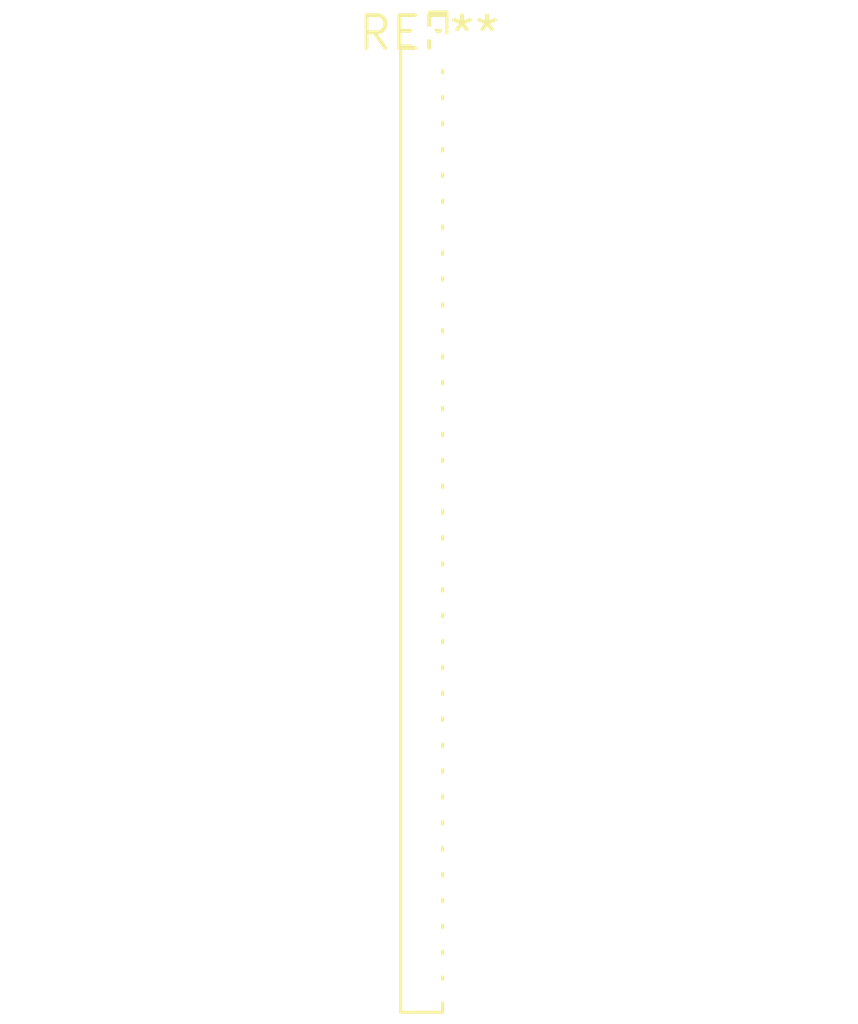
<source format=kicad_pcb>
(kicad_pcb (version 20240108) (generator pcbnew)
  (layers (0 "F.Cu" signal) (31 "B.Cu" signal) (34 "B.Paste" user) (35 "F.Paste" user) (36 "B.SilkS" user "B.Silkscreen") (37 "F.SilkS" user "F.Silkscreen") (38 "B.Mask" user) (39 "F.Mask" user) (44 "Edge.Cuts" user))
  (net 0 "")
  (footprint "PinSocket_1x38_P1.00mm_Vertical" (layer "F.Cu") (at 0 0)
    (property "Reference" "REF**")
    (property "Value" "PinSocket_1x38_P1.00mm_Vertical")
    (fp_line (start -1.1 0.5) (end -1.1 37.81) (layer "F.SilkS") (stroke (width 0.12)))
    (fp_line (start -1.1 0.5) (end -0.685 0.5) (layer "F.SilkS") (stroke (width 0.12)))
    (fp_line (start -1.1 37.81) (end 0.52 37.81) (layer "F.SilkS") (stroke (width 0.12)))
    (fp_line (start 0 -0.81) (end 0.685 -0.81) (layer "F.SilkS") (stroke (width 0.12)))
    (fp_line (start 0.52 1.445898) (end 0.52 1.554102) (layer "F.SilkS") (stroke (width 0.12)))
    (fp_line (start 0.52 2.445898) (end 0.52 2.554102) (layer "F.SilkS") (stroke (width 0.12)))
    (fp_line (start 0.52 3.445898) (end 0.52 3.554102) (layer "F.SilkS") (stroke (width 0.12)))
    (fp_line (start 0.52 4.445898) (end 0.52 4.554102) (layer "F.SilkS") (stroke (width 0.12)))
    (fp_line (start 0.52 5.445898) (end 0.52 5.554102) (layer "F.SilkS") (stroke (width 0.12)))
    (fp_line (start 0.52 6.445898) (end 0.52 6.554102) (layer "F.SilkS") (stroke (width 0.12)))
    (fp_line (start 0.52 7.445898) (end 0.52 7.554102) (layer "F.SilkS") (stroke (width 0.12)))
    (fp_line (start 0.52 8.445898) (end 0.52 8.554102) (layer "F.SilkS") (stroke (width 0.12)))
    (fp_line (start 0.52 9.445898) (end 0.52 9.554102) (layer "F.SilkS") (stroke (width 0.12)))
    (fp_line (start 0.52 10.445898) (end 0.52 10.554102) (layer "F.SilkS") (stroke (width 0.12)))
    (fp_line (start 0.52 11.445898) (end 0.52 11.554102) (layer "F.SilkS") (stroke (width 0.12)))
    (fp_line (start 0.52 12.445898) (end 0.52 12.554102) (layer "F.SilkS") (stroke (width 0.12)))
    (fp_line (start 0.52 13.445898) (end 0.52 13.554102) (layer "F.SilkS") (stroke (width 0.12)))
    (fp_line (start 0.52 14.445898) (end 0.52 14.554102) (layer "F.SilkS") (stroke (width 0.12)))
    (fp_line (start 0.52 15.445898) (end 0.52 15.554102) (layer "F.SilkS") (stroke (width 0.12)))
    (fp_line (start 0.52 16.445898) (end 0.52 16.554102) (layer "F.SilkS") (stroke (width 0.12)))
    (fp_line (start 0.52 17.445898) (end 0.52 17.554102) (layer "F.SilkS") (stroke (width 0.12)))
    (fp_line (start 0.52 18.445898) (end 0.52 18.554102) (layer "F.SilkS") (stroke (width 0.12)))
    (fp_line (start 0.52 19.445898) (end 0.52 19.554102) (layer "F.SilkS") (stroke (width 0.12)))
    (fp_line (start 0.52 20.445898) (end 0.52 20.554102) (layer "F.SilkS") (stroke (width 0.12)))
    (fp_line (start 0.52 21.445898) (end 0.52 21.554102) (layer "F.SilkS") (stroke (width 0.12)))
    (fp_line (start 0.52 22.445898) (end 0.52 22.554102) (layer "F.SilkS") (stroke (width 0.12)))
    (fp_line (start 0.52 23.445898) (end 0.52 23.554102) (layer "F.SilkS") (stroke (width 0.12)))
    (fp_line (start 0.52 24.445898) (end 0.52 24.554102) (layer "F.SilkS") (stroke (width 0.12)))
    (fp_line (start 0.52 25.445898) (end 0.52 25.554102) (layer "F.SilkS") (stroke (width 0.12)))
    (fp_line (start 0.52 26.445898) (end 0.52 26.554102) (layer "F.SilkS") (stroke (width 0.12)))
    (fp_line (start 0.52 27.445898) (end 0.52 27.554102) (layer "F.SilkS") (stroke (width 0.12)))
    (fp_line (start 0.52 28.445898) (end 0.52 28.554102) (layer "F.SilkS") (stroke (width 0.12)))
    (fp_line (start 0.52 29.445898) (end 0.52 29.554102) (layer "F.SilkS") (stroke (width 0.12)))
    (fp_line (start 0.52 30.445898) (end 0.52 30.554102) (layer "F.SilkS") (stroke (width 0.12)))
    (fp_line (start 0.52 31.445898) (end 0.52 31.554102) (layer "F.SilkS") (stroke (width 0.12)))
    (fp_line (start 0.52 32.445898) (end 0.52 32.554102) (layer "F.SilkS") (stroke (width 0.12)))
    (fp_line (start 0.52 33.445898) (end 0.52 33.554102) (layer "F.SilkS") (stroke (width 0.12)))
    (fp_line (start 0.52 34.445898) (end 0.52 34.554102) (layer "F.SilkS") (stroke (width 0.12)))
    (fp_line (start 0.52 35.445898) (end 0.52 35.554102) (layer "F.SilkS") (stroke (width 0.12)))
    (fp_line (start 0.52 36.445898) (end 0.52 36.554102) (layer "F.SilkS") (stroke (width 0.12)))
    (fp_line (start 0.52 37.445898) (end 0.52 37.81) (layer "F.SilkS") (stroke (width 0.12)))
    (fp_line (start 0.685 -0.81) (end 0.685 0) (layer "F.SilkS") (stroke (width 0.12)))
    (pad "1" thru_hole rect (at 0 0) (size 0.85 0.85) (drill 0.5) (layers *.Cu *.Mask) (remove_unused_layers))
    (pad "2" thru_hole oval (at 0 1) (size 0.85 0.85) (drill 0.5) (layers *.Cu *.Mask) (remove_unused_layers))
    (pad "3" thru_hole oval (at 0 2) (size 0.85 0.85) (drill 0.5) (layers *.Cu *.Mask) (remove_unused_layers))
    (pad "4" thru_hole oval (at 0 3) (size 0.85 0.85) (drill 0.5) (layers *.Cu *.Mask) (remove_unused_layers))
    (pad "5" thru_hole oval (at 0 4) (size 0.85 0.85) (drill 0.5) (layers *.Cu *.Mask) (remove_unused_layers))
    (pad "6" thru_hole oval (at 0 5) (size 0.85 0.85) (drill 0.5) (layers *.Cu *.Mask) (remove_unused_layers))
    (pad "7" thru_hole oval (at 0 6) (size 0.85 0.85) (drill 0.5) (layers *.Cu *.Mask) (remove_unused_layers))
    (pad "8" thru_hole oval (at 0 7) (size 0.85 0.85) (drill 0.5) (layers *.Cu *.Mask) (remove_unused_layers))
    (pad "9" thru_hole oval (at 0 8) (size 0.85 0.85) (drill 0.5) (layers *.Cu *.Mask) (remove_unused_layers))
    (pad "10" thru_hole oval (at 0 9) (size 0.85 0.85) (drill 0.5) (layers *.Cu *.Mask) (remove_unused_layers))
    (pad "11" thru_hole oval (at 0 10) (size 0.85 0.85) (drill 0.5) (layers *.Cu *.Mask) (remove_unused_layers))
    (pad "12" thru_hole oval (at 0 11) (size 0.85 0.85) (drill 0.5) (layers *.Cu *.Mask) (remove_unused_layers))
    (pad "13" thru_hole oval (at 0 12) (size 0.85 0.85) (drill 0.5) (layers *.Cu *.Mask) (remove_unused_layers))
    (pad "14" thru_hole oval (at 0 13) (size 0.85 0.85) (drill 0.5) (layers *.Cu *.Mask) (remove_unused_layers))
    (pad "15" thru_hole oval (at 0 14) (size 0.85 0.85) (drill 0.5) (layers *.Cu *.Mask) (remove_unused_layers))
    (pad "16" thru_hole oval (at 0 15) (size 0.85 0.85) (drill 0.5) (layers *.Cu *.Mask) (remove_unused_layers))
    (pad "17" thru_hole oval (at 0 16) (size 0.85 0.85) (drill 0.5) (layers *.Cu *.Mask) (remove_unused_layers))
    (pad "18" thru_hole oval (at 0 17) (size 0.85 0.85) (drill 0.5) (layers *.Cu *.Mask) (remove_unused_layers))
    (pad "19" thru_hole oval (at 0 18) (size 0.85 0.85) (drill 0.5) (layers *.Cu *.Mask) (remove_unused_layers))
    (pad "20" thru_hole oval (at 0 19) (size 0.85 0.85) (drill 0.5) (layers *.Cu *.Mask) (remove_unused_layers))
    (pad "21" thru_hole oval (at 0 20) (size 0.85 0.85) (drill 0.5) (layers *.Cu *.Mask) (remove_unused_layers))
    (pad "22" thru_hole oval (at 0 21) (size 0.85 0.85) (drill 0.5) (layers *.Cu *.Mask) (remove_unused_layers))
    (pad "23" thru_hole oval (at 0 22) (size 0.85 0.85) (drill 0.5) (layers *.Cu *.Mask) (remove_unused_layers))
    (pad "24" thru_hole oval (at 0 23) (size 0.85 0.85) (drill 0.5) (layers *.Cu *.Mask) (remove_unused_layers))
    (pad "25" thru_hole oval (at 0 24) (size 0.85 0.85) (drill 0.5) (layers *.Cu *.Mask) (remove_unused_layers))
    (pad "26" thru_hole oval (at 0 25) (size 0.85 0.85) (drill 0.5) (layers *.Cu *.Mask) (remove_unused_layers))
    (pad "27" thru_hole oval (at 0 26) (size 0.85 0.85) (drill 0.5) (layers *.Cu *.Mask) (remove_unused_layers))
    (pad "28" thru_hole oval (at 0 27) (size 0.85 0.85) (drill 0.5) (layers *.Cu *.Mask) (remove_unused_layers))
    (pad "29" thru_hole oval (at 0 28) (size 0.85 0.85) (drill 0.5) (layers *.Cu *.Mask) (remove_unused_layers))
    (pad "30" thru_hole oval (at 0 29) (size 0.85 0.85) (drill 0.5) (layers *.Cu *.Mask) (remove_unused_layers))
    (pad "31" thru_hole oval (at 0 30) (size 0.85 0.85) (drill 0.5) (layers *.Cu *.Mask) (remove_unused_layers))
    (pad "32" thru_hole oval (at 0 31) (size 0.85 0.85) (drill 0.5) (layers *.Cu *.Mask) (remove_unused_layers))
    (pad "33" thru_hole oval (at 0 32) (size 0.85 0.85) (drill 0.5) (layers *.Cu *.Mask) (remove_unused_layers))
    (pad "34" thru_hole oval (at 0 33) (size 0.85 0.85) (drill 0.5) (layers *.Cu *.Mask) (remove_unused_layers))
    (pad "35" thru_hole oval (at 0 34) (size 0.85 0.85) (drill 0.5) (layers *.Cu *.Mask) (remove_unused_layers))
    (pad "36" thru_hole oval (at 0 35) (size 0.85 0.85) (drill 0.5) (layers *.Cu *.Mask) (remove_unused_layers))
    (pad "37" thru_hole oval (at 0 36) (size 0.85 0.85) (drill 0.5) (layers *.Cu *.Mask) (remove_unused_layers))
    (pad "38" thru_hole oval (at 0 37) (size 0.85 0.85) (drill 0.5) (layers *.Cu *.Mask) (remove_unused_layers))
  )
)
</source>
